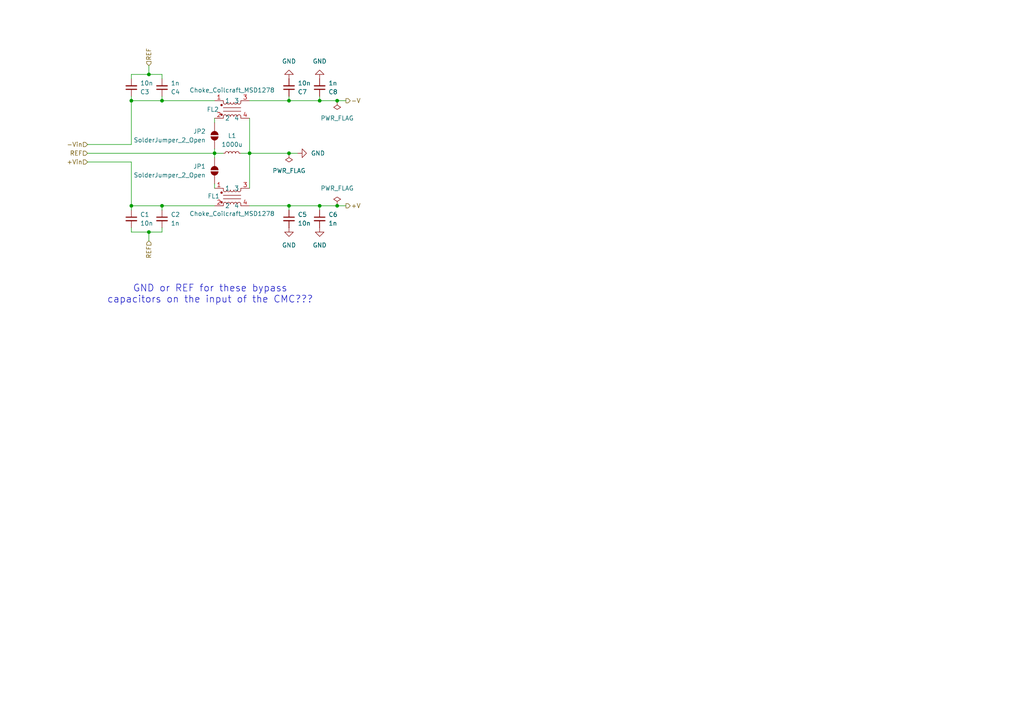
<source format=kicad_sch>
(kicad_sch (version 20231120) (generator "eeschema") (generator_version "8.0")
  (paper "A4")
  (lib_symbols
    (symbol "Device:C_Small" (pin_numbers hide) (pin_names (offset 0.254) hide)
      (property "Reference" "C" (at 0.254 1.778 0))
      (property "Value" "C_Small" (at 0.254 -2.032 0))
      (symbol "C_Small_0_1"
        (polyline (pts (xy -1.524 -0.508) (xy 1.524 -0.508)) (stroke (width 0.3302)))
        (polyline (pts (xy -1.524 0.508) (xy 1.524 0.508)) (stroke (width 0.3048)))
      )
      (symbol "C_Small_1_1"
        (pin passive line (at 0 2.54 270) (length 2.032) (name "~") (number "1"))
        (pin passive line (at 0 -2.54 90) (length 2.032) (name "~") (number "2"))
      )
    )
    (symbol "Device:L_Small" (pin_numbers hide) (pin_names (offset 0.254) hide)
      (property "Reference" "L" (at 0.762 1.016 0))
      (property "Value" "L_Small" (at 0.762 -1.016 0))
      (symbol "L_Small_0_1"
        (arc (start 0 -2.032) (mid 0.5058 -1.524) (end 0 -1.016))
        (arc (start 0 -1.016) (mid 0.5058 -0.508) (end 0 0))
        (arc (start 0 0) (mid 0.5058 0.508) (end 0 1.016))
        (arc (start 0 1.016) (mid 0.5058 1.524) (end 0 2.032))
      )
      (symbol "L_Small_1_1"
        (pin passive line (at 0 2.54 270) (length 0.508) (name "~") (number "1"))
        (pin passive line (at 0 -2.54 90) (length 0.508) (name "~") (number "2"))
      )
    )
    (symbol "Jumper:SolderJumper_2_Open" (pin_numbers hide) (pin_names (offset 0) hide) (exclude_from_sim yes) (in_bom no)
      (property "Reference" "JP" (at 0 2.032 0))
      (property "Value" "SolderJumper_2_Open" (at 0 -2.54 0))
      (symbol "SolderJumper_2_Open_0_1"
        (arc (start -0.254 1.016) (mid -1.2656 0) (end -0.254 -1.016))
        (arc (start -0.254 1.016) (mid -1.2656 0) (end -0.254 -1.016) (fill (type outline)))
        (polyline (pts (xy -0.254 1.016) (xy -0.254 -1.016)))
        (polyline (pts (xy 0.254 1.016) (xy 0.254 -1.016)))
        (arc (start 0.254 -1.016) (mid 1.2656 0) (end 0.254 1.016))
        (arc (start 0.254 -1.016) (mid 1.2656 0) (end 0.254 1.016) (fill (type outline)))
      )
      (symbol "SolderJumper_2_Open_1_1"
        (pin passive line (at -3.81 0 0) (length 2.54) (name "A") (number "1"))
        (pin passive line (at 3.81 0 180) (length 2.54) (name "B") (number "2"))
      )
    )
    (symbol "MSD1278:MSD1278"
      (property "Reference" "FL" (at 0 4.572 0))
      (property "Value" "Choke_Coilcraft_MSD1278" (at 0 -4.572 0))
      (symbol "MSD1278_0_1"
        (arc (start -2.54 2.032) (mid -2.032 1.5262) (end -1.524 2.032))
        (arc (start -1.524 -2.032) (mid -2.032 -1.5262) (end -2.54 -2.032))
        (arc (start -1.524 2.032) (mid -1.016 1.5262) (end -0.508 2.032))
        (arc (start -0.508 -2.032) (mid -1.016 -1.5262) (end -1.524 -2.032))
        (arc (start -0.508 2.032) (mid 0 1.5262) (end 0.508 2.032))
        (polyline (pts (xy -2.54 -2.54) (xy -2.54 -2.032)))
        (polyline (pts (xy -2.54 0.508) (xy 2.54 0.508)))
        (polyline (pts (xy -2.54 2.032) (xy -2.54 2.54)))
        (polyline (pts (xy 2.54 -2.032) (xy 2.54 -2.54)))
        (polyline (pts (xy 2.54 -0.508) (xy -2.54 -0.508)))
        (polyline (pts (xy 2.54 2.032) (xy 2.54 2.54)))
        (arc (start 0.508 -2.032) (mid 0 -1.5262) (end -0.508 -2.032))
        (arc (start 0.508 2.032) (mid 1.016 1.5262) (end 1.524 2.032))
        (arc (start 1.524 -2.032) (mid 1.016 -1.5262) (end 0.508 -2.032))
        (arc (start 1.524 2.032) (mid 2.032 1.5262) (end 2.54 2.032))
        (arc (start 2.54 -2.032) (mid 2.032 -1.5262) (end 1.524 -2.032))
        (circle (center 3.048 -1.524) (radius 0.254) (fill (type outline)))
        (circle (center 3.048 1.27) (radius 0.254) (fill (type outline)))
      )
      (symbol "MSD1278_1_1"
        (pin passive line (at 5.08 2.54 180) (length 2.54) (name "1") (number "1"))
        (pin passive line (at 5.08 -2.54 180) (length 2.54) (name "2") (number "2"))
        (pin passive line (at -5.08 2.54 0) (length 2.54) (name "3") (number "3"))
        (pin passive line (at -5.08 -2.54 0) (length 2.54) (name "4") (number "4"))
      )
    )
    (symbol "MSD1278_1"
      (property "Reference" "FL" (at 0 4.572 0))
      (property "Value" "Choke_Coilcraft_MSD1278" (at 0 -4.572 0))
      (symbol "MSD1278_1_0_1"
        (arc (start -2.54 2.032) (mid -2.032 1.5262) (end -1.524 2.032))
        (arc (start -1.524 -2.032) (mid -2.032 -1.5262) (end -2.54 -2.032))
        (arc (start -1.524 2.032) (mid -1.016 1.5262) (end -0.508 2.032))
        (arc (start -0.508 -2.032) (mid -1.016 -1.5262) (end -1.524 -2.032))
        (arc (start -0.508 2.032) (mid 0 1.5262) (end 0.508 2.032))
        (polyline (pts (xy -2.54 -2.54) (xy -2.54 -2.032)))
        (polyline (pts (xy -2.54 0.508) (xy 2.54 0.508)))
        (polyline (pts (xy -2.54 2.032) (xy -2.54 2.54)))
        (polyline (pts (xy 2.54 -2.032) (xy 2.54 -2.54)))
        (polyline (pts (xy 2.54 -0.508) (xy -2.54 -0.508)))
        (polyline (pts (xy 2.54 2.032) (xy 2.54 2.54)))
        (arc (start 0.508 -2.032) (mid 0 -1.5262) (end -0.508 -2.032))
        (arc (start 0.508 2.032) (mid 1.016 1.5262) (end 1.524 2.032))
        (arc (start 1.524 -2.032) (mid 1.016 -1.5262) (end 0.508 -2.032))
        (arc (start 1.524 2.032) (mid 2.032 1.5262) (end 2.54 2.032))
        (arc (start 2.54 -2.032) (mid 2.032 -1.5262) (end 1.524 -2.032))
        (circle (center 3.048 -1.524) (radius 0.254) (fill (type outline)))
        (circle (center 3.048 1.27) (radius 0.254) (fill (type outline)))
      )
      (symbol "MSD1278_1_1_1"
        (pin passive line (at 5.08 2.54 180) (length 2.54) (name "1") (number "1"))
        (pin passive line (at 5.08 -2.54 180) (length 2.54) (name "2") (number "2"))
        (pin passive line (at -5.08 2.54 0) (length 2.54) (name "3") (number "3"))
        (pin passive line (at -5.08 -2.54 0) (length 2.54) (name "4") (number "4"))
      )
    )
    (symbol "power:GND" (power) (pin_numbers hide) (pin_names (offset 0) hide)
      (property "Value" "GND" (at 0 -3.81 0))
      (symbol "GND_0_1"
        (polyline (pts (xy 0 0) (xy 0 -1.27) (xy 1.27 -1.27) (xy 0 -2.54) (xy -1.27 -1.27) (xy 0 -1.27)))
      )
      (symbol "GND_1_1"
        (pin power_in line (at 0 0 270) (length 0) (name "~") (number "1"))
      )
    )
    (symbol "power:PWR_FLAG" (power) (pin_numbers hide) (pin_names (offset 0) hide)
      (property "Value" "PWR_FLAG" (at 0 3.81 0))
      (symbol "PWR_FLAG_0_0"
        (pin power_out line (at 0 0 90) (length 0) (name "~") (number "1"))
      )
      (symbol "PWR_FLAG_0_1"
        (polyline (pts (xy 0 0) (xy 0 1.27) (xy -1.016 1.905) (xy 0 2.54) (xy 1.016 1.905) (xy 0 1.27)))
      )
    )
  )
  (junction (at 38.1 29.21))
  (junction (at 38.1 59.69))
  (junction (at 83.82 44.45))
  (junction (at 92.71 29.21))
  (junction (at 46.99 59.69))
  (junction (at 97.79 29.21))
  (junction (at 43.18 21.59))
  (junction (at 72.39 44.45))
  (junction (at 62.23 44.45))
  (junction (at 83.82 29.21))
  (junction (at 46.99 29.21))
  (junction (at 43.18 67.31))
  (junction (at 92.71 59.69))
  (junction (at 97.79 59.69))
  (junction (at 83.82 59.69))
  (wire (pts (xy 38.1 22.86) (xy 38.1 21.59)))
  (wire (pts (xy 38.1 21.59) (xy 43.18 21.59)))
  (wire (pts (xy 25.4 41.91) (xy 38.1 41.91)))
  (wire (pts (xy 46.99 59.69) (xy 46.99 60.96)))
  (wire (pts (xy 62.23 34.29) (xy 62.23 35.56)))
  (wire (pts (xy 72.39 34.29) (xy 72.39 44.45)))
  (wire (pts (xy 46.99 59.69) (xy 62.23 59.69)))
  (wire (pts (xy 100.33 29.21) (xy 97.79 29.21)))
  (wire (pts (xy 38.1 67.31) (xy 43.18 67.31)))
  (wire (pts (xy 69.85 44.45) (xy 72.39 44.45)))
  (wire (pts (xy 38.1 29.21) (xy 38.1 41.91)))
  (wire (pts (xy 62.23 44.45) (xy 64.77 44.45)))
  (wire (pts (xy 25.4 46.99) (xy 38.1 46.99)))
  (wire (pts (xy 92.71 59.69) (xy 92.71 60.96)))
  (wire (pts (xy 43.18 67.31) (xy 43.18 69.85)))
  (wire (pts (xy 43.18 67.31) (xy 46.99 67.31)))
  (wire (pts (xy 46.99 27.94) (xy 46.99 29.21)))
  (wire (pts (xy 97.79 29.21) (xy 92.71 29.21)))
  (wire (pts (xy 25.4 44.45) (xy 62.23 44.45)))
  (wire (pts (xy 38.1 29.21) (xy 46.99 29.21)))
  (wire (pts (xy 62.23 53.34) (xy 62.23 54.61)))
  (wire (pts (xy 46.99 29.21) (xy 62.23 29.21)))
  (wire (pts (xy 100.33 59.69) (xy 97.79 59.69)))
  (wire (pts (xy 38.1 27.94) (xy 38.1 29.21)))
  (wire (pts (xy 83.82 59.69) (xy 92.71 59.69)))
  (wire (pts (xy 43.18 21.59) (xy 46.99 21.59)))
  (wire (pts (xy 72.39 59.69) (xy 83.82 59.69)))
  (wire (pts (xy 38.1 59.69) (xy 38.1 60.96)))
  (wire (pts (xy 46.99 21.59) (xy 46.99 22.86)))
  (wire (pts (xy 72.39 29.21) (xy 83.82 29.21)))
  (wire (pts (xy 83.82 59.69) (xy 83.82 60.96)))
  (wire (pts (xy 83.82 29.21) (xy 83.82 27.94)))
  (wire (pts (xy 43.18 19.05) (xy 43.18 21.59)))
  (wire (pts (xy 62.23 43.18) (xy 62.23 44.45)))
  (wire (pts (xy 97.79 59.69) (xy 92.71 59.69)))
  (wire (pts (xy 72.39 44.45) (xy 72.39 54.61)))
  (wire (pts (xy 38.1 67.31) (xy 38.1 66.04)))
  (wire (pts (xy 83.82 44.45) (xy 72.39 44.45)))
  (wire (pts (xy 62.23 44.45) (xy 62.23 45.72)))
  (wire (pts (xy 38.1 59.69) (xy 46.99 59.69)))
  (wire (pts (xy 92.71 29.21) (xy 83.82 29.21)))
  (wire (pts (xy 83.82 44.45) (xy 86.36 44.45)))
  (wire (pts (xy 92.71 29.21) (xy 92.71 27.94)))
  (wire (pts (xy 46.99 67.31) (xy 46.99 66.04)))
  (wire (pts (xy 38.1 46.99) (xy 38.1 59.69)))
  (text "GND or REF for these bypass\ncapacitors on the input of the CMC???" (at 60.96 85.344 0) (effects (font (size 2 2))))
  (hierarchical_label "REF" (shape input) (at 25.4 44.45 180))
  (hierarchical_label "REF" (shape input) (at 43.18 19.05 90))
  (hierarchical_label "-Vin" (shape input) (at 25.4 41.91 180))
  (hierarchical_label "+V" (shape output) (at 100.33 59.69 0))
  (hierarchical_label "-V" (shape output) (at 100.33 29.21 0))
  (hierarchical_label "+Vin" (shape input) (at 25.4 46.99 180))
  (hierarchical_label "REF" (shape input) (at 43.18 69.85 270))
  (symbol (lib_id "Device:L_Small") (at 67.31 44.45 90) (unit 1)
    (property "Reference" "L1" (at 67.31 39.37 90))
    (property "Value" "1000u" (at 67.31 41.91 90))
    (property "Footprint" "Inductor_SMD:L_1206_3216Metric" (effects (hide yes)))
  )
  (symbol (lib_id "power:GND") (at 83.82 66.04 0) (mirror y) (unit 1)
    (property "Reference" "#PWR036" (effects (hide yes)))
    (property "Value" "GND" (at 83.82 71.12 0))
    (property "Description" "Power symbol creates a global label with name \"GND\" , ground" (effects (hide yes)))
  )
  (symbol (lib_id "power:GND") (at 83.82 22.86 180) (unit 1)
    (property "Reference" "#PWR034" (effects (hide yes)))
    (property "Value" "GND" (at 83.82 17.78 0))
    (property "Description" "Power symbol creates a global label with name \"GND\" , ground" (effects (hide yes)))
  )
  (symbol (lib_id "Device:C_Small") (at 92.71 25.4 0) (mirror x) (unit 1)
    (property "Reference" "C8" (at 95.25 26.6637 0) (effects (justify left)))
    (property "Value" "1n" (at 95.25 24.1237 0) (effects (justify left)))
    (property "Footprint" "Capacitor_SMD:C_1206_3216Metric" (effects (hide yes)))
  )
  (symbol (lib_id "Jumper:SolderJumper_2_Open") (at 62.23 49.53 270) (unit 1) (exclude_from_sim yes) (in_bom no)
    (property "Reference" "JP1" (at 59.69 48.2599 90) (effects (justify right)))
    (property "Value" "SolderJumper_2_Open" (at 59.69 50.7999 90) (effects (justify right)))
    (property "Footprint" "Jumper:SolderJumper-2_P1.3mm_Open_Pad1.0x1.5mm" (effects (hide yes)))
    (property "Description" "Solder Jumper, 2-pole, open" (effects (hide yes)))
  )
  (symbol (lib_id "power:PWR_FLAG") (at 83.82 44.45 0) (mirror x) (unit 1)
    (property "Reference" "#FLG01" (effects (hide yes)))
    (property "Value" "PWR_FLAG" (at 83.82 49.53 0))
    (property "Description" "Special symbol for telling ERC where power comes from" (effects (hide yes)))
  )
  (symbol (lib_id "power:GND") (at 92.71 66.04 0) (mirror y) (unit 1)
    (property "Reference" "#PWR042" (effects (hide yes)))
    (property "Value" "GND" (at 92.71 71.12 0))
    (property "Description" "Power symbol creates a global label with name \"GND\" , ground" (effects (hide yes)))
  )
  (symbol (lib_id "Device:C_Small") (at 83.82 25.4 0) (mirror x) (unit 1)
    (property "Reference" "C7" (at 86.36 26.6637 0) (effects (justify left)))
    (property "Value" "10n" (at 86.36 24.1237 0) (effects (justify left)))
    (property "Footprint" "Capacitor_SMD:C_1206_3216Metric" (effects (hide yes)))
  )
  (symbol (lib_id "Device:C_Small") (at 83.82 63.5 0) (unit 1)
    (property "Reference" "C5" (at 86.36 62.2363 0) (effects (justify left)))
    (property "Value" "10n" (at 86.36 64.7763 0) (effects (justify left)))
    (property "Footprint" "Capacitor_SMD:C_1206_3216Metric" (effects (hide yes)))
  )
  (symbol (lib_id "Device:C_Small") (at 38.1 63.5 0) (unit 1)
    (property "Reference" "C1" (at 40.64 62.2363 0) (effects (justify left)))
    (property "Value" "10n" (at 40.64 64.7763 0) (effects (justify left)))
    (property "Footprint" "Capacitor_SMD:C_1206_3216Metric" (effects (hide yes)))
  )
  (symbol (lib_id "power:PWR_FLAG") (at 97.79 59.69 0) (mirror y) (unit 1)
    (property "Reference" "#FLG03" (effects (hide yes)))
    (property "Value" "PWR_FLAG" (at 97.79 54.61 0))
    (property "Description" "Special symbol for telling ERC where power comes from" (effects (hide yes)))
  )
  (symbol (lib_id "Device:C_Small") (at 46.99 25.4 0) (mirror x) (unit 1)
    (property "Reference" "C4" (at 49.53 26.6637 0) (effects (justify left)))
    (property "Value" "1n" (at 49.53 24.1237 0) (effects (justify left)))
    (property "Footprint" "Capacitor_SMD:C_1206_3216Metric" (effects (hide yes)))
  )
  (symbol (lib_id "Device:C_Small") (at 46.99 63.5 0) (unit 1)
    (property "Reference" "C2" (at 49.53 62.2363 0) (effects (justify left)))
    (property "Value" "1n" (at 49.53 64.7763 0) (effects (justify left)))
    (property "Footprint" "Capacitor_SMD:C_1206_3216Metric" (effects (hide yes)))
  )
  (symbol (lib_id "Jumper:SolderJumper_2_Open") (at 62.23 39.37 270) (unit 1) (exclude_from_sim yes) (in_bom no)
    (property "Reference" "JP2" (at 59.69 38.0999 90) (effects (justify right)))
    (property "Value" "SolderJumper_2_Open" (at 59.69 40.6399 90) (effects (justify right)))
    (property "Footprint" "Jumper:SolderJumper-2_P1.3mm_Open_Pad1.0x1.5mm" (effects (hide yes)))
    (property "Description" "Solder Jumper, 2-pole, open" (effects (hide yes)))
  )
  (symbol (lib_id "power:PWR_FLAG") (at 97.79 29.21 0) (mirror x) (unit 1)
    (property "Reference" "#FLG02" (effects (hide yes)))
    (property "Value" "PWR_FLAG" (at 97.79 34.29 0))
    (property "Description" "Special symbol for telling ERC where power comes from" (effects (hide yes)))
  )
  (symbol (lib_id "Device:C_Small") (at 92.71 63.5 0) (unit 1)
    (property "Reference" "C6" (at 95.25 62.2363 0) (effects (justify left)))
    (property "Value" "1n" (at 95.25 64.7763 0) (effects (justify left)))
    (property "Footprint" "Capacitor_SMD:C_1206_3216Metric" (effects (hide yes)))
  )
  (symbol (lib_id "power:GND") (at 92.71 22.86 180) (unit 1)
    (property "Reference" "#PWR041" (effects (hide yes)))
    (property "Value" "GND" (at 92.71 17.78 0))
    (property "Description" "Power symbol creates a global label with name \"GND\" , ground" (effects (hide yes)))
  )
  (symbol (lib_id "MSD1278:MSD1278") (at 67.31 57.15 0) (mirror y) (unit 1)
    (property "Reference" "FL1" (at 61.976 56.896 0))
    (property "Value" "Choke_Coilcraft_MSD1278" (at 67.31 61.976 0))
    (property "Footprint" "MSD1278:MSD1278" (effects (hide yes)))
  )
  (symbol (lib_id "Device:C_Small") (at 38.1 25.4 0) (mirror x) (unit 1)
    (property "Reference" "C3" (at 40.64 26.6637 0) (effects (justify left)))
    (property "Value" "10n" (at 40.64 24.1237 0) (effects (justify left)))
    (property "Footprint" "Capacitor_SMD:C_1206_3216Metric" (effects (hide yes)))
  )
  (symbol (lib_name "MSD1278_1") (lib_id "MSD1278:MSD1278") (at 67.31 31.75 0) (mirror y) (unit 1)
    (property "Reference" "FL2" (at 61.722 31.75 0))
    (property "Value" "Choke_Coilcraft_MSD1278" (at 67.31 26.162 0))
    (property "Footprint" "MSD1278:MSD1278" (effects (hide yes)))
  )
  (symbol (lib_id "power:GND") (at 86.36 44.45 90) (unit 1)
    (property "Reference" "#PWR037" (effects (hide yes)))
    (property "Value" "GND" (at 90.17 44.45 90) (effects (justify right)))
    (property "Description" "Power symbol creates a global label with name \"GND\" , ground" (effects (hide yes)))
  )
)
</source>
